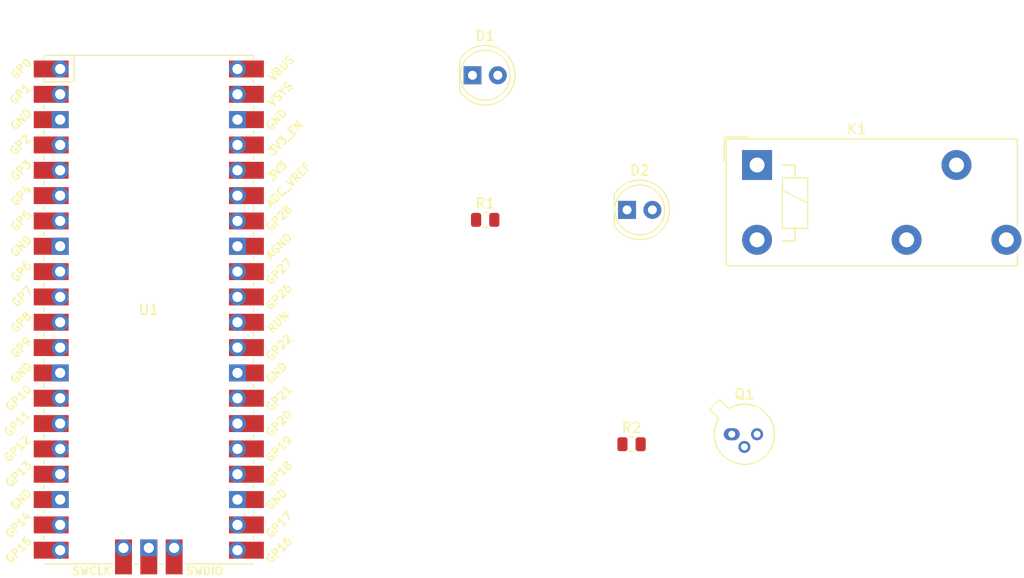
<source format=kicad_pcb>
(kicad_pcb (version 20240108) (generator "pcbnew") (generator_version "8.0")
  (layers (0 "F.Cu" signal) (31 "B.Cu" signal) (34 "B.Paste" user) (35 "F.Paste" user) (36 "B.SilkS" user "B.Silkscreen") (37 "F.SilkS" user "F.Silkscreen") (38 "B.Mask" user) (39 "F.Mask" user) (44 "Edge.Cuts" user))
  (net 0 "")
  (net 1 "VCC")
  (net 2 "Net-(D1-A)")
  (net 3 "Net-(D2-K)")
  (net 4 "Net-(J2-Pin_2)")
  (net 5 "Net-(J2-Pin_1)")
  (net 7 "Net-(Q1-B)")
  (net 8 "GND")
  (net 9 "saida_led")
  (net 10 "sinal")
  (footprint "LED_THT:LED_D5.0mm_Clear" (layer "F.Cu") (at 97.96 55.5)
    (property "Reference" "D2" (at 1.27 -3.96 0) (layer "F.SilkS"))
    (property "Value" "LED")
    (fp_line (start -1.29 -1.545) (end -1.29 1.545) (stroke (width 0.12)) (layer "F.SilkS"))
    (fp_arc (start -1.29 -1.54483) (mid 2.072002 -2.880433) (end 4.26 0.000462) (stroke (width 0.12)) (layer "F.SilkS"))
    (fp_arc (start 4.26 -0.000462) (mid 2.072002 2.880433) (end -1.29 1.54483) (stroke (width 0.12)) (layer "F.SilkS"))
    (fp_circle (center 1.27 0) (end 3.77 0) (stroke (width 0.12)) (fill none) (layer "F.SilkS"))
    (pad "1" thru_hole rect (at 0 0) (size 1.8 1.8) (drill 0.9) (layers "*.Cu" "*.Mask") (net 3 "Net-(D2-K)"))
    (pad "2" thru_hole circle (at 2.54 0) (size 1.8 1.8) (drill 0.9) (layers "*.Cu" "*.Mask") (net 1 "VCC"))
  )
  (footprint "LED_THT:LED_D5.0mm_Clear" (layer "F.Cu") (at 82.46 42)
    (property "Reference" "D1" (at 1.27 -3.96 0) (layer "F.SilkS"))
    (property "Value" "LED")
    (fp_line (start -1.29 -1.545) (end -1.29 1.545) (stroke (width 0.12)) (layer "F.SilkS"))
    (fp_arc (start -1.29 -1.54483) (mid 2.072002 -2.880433) (end 4.26 0.000462) (stroke (width 0.12)) (layer "F.SilkS"))
    (fp_arc (start 4.26 -0.000462) (mid 2.072002 2.880433) (end -1.29 1.54483) (stroke (width 0.12)) (layer "F.SilkS"))
    (fp_circle (center 1.27 0) (end 3.77 0) (stroke (width 0.12)) (fill none) (layer "F.SilkS"))
    (pad "1" thru_hole rect (at 0 0) (size 1.8 1.8) (drill 0.9) (layers "*.Cu" "*.Mask") (net 1 "VCC"))
    (pad "2" thru_hole circle (at 2.54 0) (size 1.8 1.8) (drill 0.9) (layers "*.Cu" "*.Mask") (net 2 "Net-(D1-A)"))
  )
  (footprint "MCU_RaspberryPi_and_Boards:RPi_Pico_SMD_TH" (layer "F.Cu") (at 50 65.5)
    (property "Reference" "U1" (at 0 0 0) (layer "F.SilkS"))
    (property "Value" "Pico")
    (fp_line (start -10.5 -25.5) (end -10.5 -25.2) (stroke (width 0.12)) (layer "F.SilkS"))
    (fp_line (start -10.5 -25.5) (end 10.5 -25.5) (stroke (width 0.12)) (layer "F.SilkS"))
    (fp_line (start -10.5 -23.1) (end -10.5 -22.7) (stroke (width 0.12)) (layer "F.SilkS"))
    (fp_line (start -10.5 -22.833) (end -7.493 -22.833) (stroke (width 0.12)) (layer "F.SilkS"))
    (fp_line (start -10.5 -20.5) (end -10.5 -20.1) (stroke (width 0.12)) (layer "F.SilkS"))
    (fp_line (start -10.5 -18) (end -10.5 -17.6) (stroke (width 0.12)) (layer "F.SilkS"))
    (fp_line (start -10.5 -15.4) (end -10.5 -15) (stroke (width 0.12)) (layer "F.SilkS"))
    (fp_line (start -10.5 -12.9) (end -10.5 -12.5) (stroke (width 0.12)) (layer "F.SilkS"))
    (fp_line (start -10.5 -10.4) (end -10.5 -10) (stroke (width 0.12)) (layer "F.SilkS"))
    (fp_line (start -10.5 -7.8) (end -10.5 -7.4) (stroke (width 0.12)) (layer "F.SilkS"))
    (fp_line (start -10.5 -5.3) (end -10.5 -4.9) (stroke (width 0.12)) (layer "F.SilkS"))
    (fp_line (start -10.5 -2.7) (end -10.5 -2.3) (stroke (width 0.12)) (layer "F.SilkS"))
    (fp_line (start -10.5 -0.2) (end -10.5 0.2) (stroke (width 0.12)) (layer "F.SilkS"))
    (fp_line (start -10.5 2.3) (end -10.5 2.7) (stroke (width 0.12)) (layer "F.SilkS"))
    (fp_line (start -10.5 4.9) (end -10.5 5.3) (stroke (width 0.12)) (layer "F.SilkS"))
    (fp_line (start -10.5 7.4) (end -10.5 7.8) (stroke (width 0.12)) (layer "F.SilkS"))
    (fp_line (start -10.5 10) (end -10.5 10.4) (stroke (width 0.12)) (layer "F.SilkS"))
    (fp_line (start -10.5 12.5) (end -10.5 12.9) (stroke (width 0.12)) (layer "F.SilkS"))
    (fp_line (start -10.5 15.1) (end -10.5 15.5) (stroke (width 0.12)) (layer "F.SilkS"))
    (fp_line (start -10.5 17.6) (end -10.5 18) (stroke (width 0.12)) (layer "F.SilkS"))
    (fp_line (start -10.5 20.1) (end -10.5 20.5) (stroke (width 0.12)) (layer "F.SilkS"))
    (fp_line (start -10.5 22.7) (end -10.5 23.1) (stroke (width 0.12)) (layer "F.SilkS"))
    (fp_line (start -7.493 -22.833) (end -7.493 -25.5) (stroke (width 0.12)) (layer "F.SilkS"))
    (fp_line (start -3.7 25.5) (end -10.5 25.5) (stroke (width 0.12)) (layer "F.SilkS"))
    (fp_line (start -1.5 25.5) (end -1.1 25.5) (stroke (width 0.12)) (layer "F.SilkS"))
    (fp_line (start 1.1 25.5) (end 1.5 25.5) (stroke (width 0.12)) (layer "F.SilkS"))
    (fp_line (start 10.5 -25.5) (end 10.5 -25.2) (stroke (width 0.12)) (layer "F.SilkS"))
    (fp_line (start 10.5 -23.1) (end 10.5 -22.7) (stroke (width 0.12)) (layer "F.SilkS"))
    (fp_line (start 10.5 -20.5) (end 10.5 -20.1) (stroke (width 0.12)) (layer "F.SilkS"))
    (fp_line (start 10.5 -18) (end 10.5 -17.6) (stroke (width 0.12)) (layer "F.SilkS"))
    (fp_line (start 10.5 -15.4) (end 10.5 -15) (stroke (width 0.12)) (layer "F.SilkS"))
    (fp_line (start 10.5 -12.9) (end 10.5 -12.5) (stroke (width 0.12)) (layer "F.SilkS"))
    (fp_line (start 10.5 -10.4) (end 10.5 -10) (stroke (width 0.12)) (layer "F.SilkS"))
    (fp_line (start 10.5 -7.8) (end 10.5 -7.4) (stroke (width 0.12)) (layer "F.SilkS"))
    (fp_line (start 10.5 -5.3) (end 10.5 -4.9) (stroke (width 0.12)) (layer "F.SilkS"))
    (fp_line (start 10.5 -2.7) (end 10.5 -2.3) (stroke (width 0.12)) (layer "F.SilkS"))
    (fp_line (start 10.5 -0.2) (end 10.5 0.2) (stroke (width 0.12)) (layer "F.SilkS"))
    (fp_line (start 10.5 2.3) (end 10.5 2.7) (stroke (width 0.12)) (layer "F.SilkS"))
    (fp_line (start 10.5 4.9) (end 10.5 5.3) (stroke (width 0.12)) (layer "F.SilkS"))
    (fp_line (start 10.5 7.4) (end 10.5 7.8) (stroke (width 0.12)) (layer "F.SilkS"))
    (fp_line (start 10.5 10) (end 10.5 10.4) (stroke (width 0.12)) (layer "F.SilkS"))
    (fp_line (start 10.5 12.5) (end 10.5 12.9) (stroke (width 0.12)) (layer "F.SilkS"))
    (fp_line (start 10.5 15.1) (end 10.5 15.5) (stroke (width 0.12)) (layer "F.SilkS"))
    (fp_line (start 10.5 17.6) (end 10.5 18) (stroke (width 0.12)) (layer "F.SilkS"))
    (fp_line (start 10.5 20.1) (end 10.5 20.5) (stroke (width 0.12)) (layer "F.SilkS"))
    (fp_line (start 10.5 22.7) (end 10.5 23.1) (stroke (width 0.12)) (layer "F.SilkS"))
    (fp_line (start 10.5 25.5) (end 3.7 25.5) (stroke (width 0.12)) (layer "F.SilkS"))
    (fp_text user "GP14" (at -13.1 21.59 45) (layer "F.SilkS") (effects (font (size 0.8 0.8))))
    (fp_text user "GP16" (at 13.054 24.13 45) (layer "F.SilkS") (effects (font (size 0.8 0.8))))
    (fp_text user "GP5" (at -12.8 -8.89 45) (layer "F.SilkS") (effects (font (size 0.8 0.8))))
    (fp_text user "GP9" (at -12.8 3.81 45) (layer "F.SilkS") (effects (font (size 0.8 0.8))))
    (fp_text user "GP6" (at -12.8 -3.81 45) (layer "F.SilkS") (effects (font (size 0.8 0.8))))
    (fp_text user "GP26" (at 13.054 -1.27 45) (layer "F.SilkS") (effects (font (size 0.8 0.8))))
    (fp_text user "GP10" (at -13.054 8.89 45) (layer "F.SilkS") (effects (font (size 0.8 0.8))))
    (fp_text user "GND" (at -12.8 -6.35 45) (layer "F.SilkS") (effects (font (size 0.8 0.8))))
    (fp_text user "VSYS" (at 13.2 -21.59 45) (layer "F.SilkS") (effects (font (size 0.8 0.8))))
    (fp_text user "SWDIO" (at 5.6 26.2 0) (layer "F.SilkS") (effects (font (size 0.8 0.8))))
    (fp_text user "GND" (at 12.8 -19.05 45) (layer "F.SilkS") (effects (font (size 0.8 0.8))))
    (fp_text user "ADC_VREF" (at 14 -12.5 45) (layer "F.SilkS") (effects (font (size 0.8 0.8))))
    (fp_text user "GP0" (at -12.8 -24.13 45) (layer "F.SilkS") (effects (font (size 0.8 0.8))))
    (fp_text user "GP15" (at -13.054 24.13 45) (layer "F.SilkS") (effects (font (size 0.8 0.8))))
    (fp_text user "3V3" (at 12.9 -13.9 45) (layer "F.SilkS") (effects (font (size 0.8 0.8))))
    (fp_text user "GND" (at -12.8 19.05 45) (layer "F.SilkS") (effects (font (size 0.8 0.8))))
    (fp_text user "GP1" (at -12.9 -21.6 45) (layer "F.SilkS") (effects (font (size 0.8 0.8))))
    (fp_text user "GND" (at -12.8 -19.05 45) (layer "F.SilkS") (effects (font (size 0.8 0.8))))
    (fp_text user "GND" (at 12.8 19.05 45) (layer "F.SilkS") (effects (font (size 0.8 0.8))))
    (fp_text user "GP20" (at 13.054 11.43 45) (layer "F.SilkS") (effects (font (size 0.8 0.8))))
    (fp_text user "RUN" (at 13 1.27 45) (layer "F.SilkS") (effects (font (size 0.8 0.8))))
    (fp_text user "GND" (at -12.8 6.35 45) (layer "F.SilkS") (effects (font (size 0.8 0.8))))
    (fp_text user "GND" (at 12.8 6.35 45) (layer "F.SilkS") (effects (font (size 0.8 0.8))))
    (fp_text user "GP7" (at -12.7 -1.3 45) (layer "F.SilkS") (effects (font (size 0.8 0.8))))
    (fp_text user "GP12" (at -13.2 13.97 45) (layer "F.SilkS") (effects (font (size 0.8 0.8))))
    (fp_text user "GP3" (at -12.8 -13.97 45) (layer "F.SilkS") (effects (font (size 0.8 0.8))))
    (fp_text user "SWCLK" (at -5.7 26.2 0) (layer "F.SilkS") (effects (font (size 0.8 0.8))))
    (fp_text user "GP17" (at 13.054 21.59 45) (layer "F.SilkS") (effects (font (size 0.8 0.8))))
    (fp_text user "GP19" (at 13.054 13.97 45) (layer "F.SilkS") (effects (font (size 0.8 0.8))))
    (fp_text user "3V3_EN" (at 13.7 -17.2 45) (layer "F.SilkS") (effects (font (size 0.8 0.8))))
    (fp_text user "GP4" (at -12.8 -11.43 45) (layer "F.SilkS") (effects (font (size 0.8 0.8))))
    (fp_text user "AGND" (at 13.054 -6.35 45) (layer "F.SilkS") (effects (font (size 0.8 0.8))))
    (fp_text user "GP11" (at -13.2 11.43 45) (layer "F.SilkS") (effects (font (size 0.8 0.8))))
    (fp_text user "GP28" (at 13.054 -9.144 45) (layer "F.SilkS") (effects (font (size 0.8 0.8))))
    (fp_text user "GP27" (at 13.054 -3.8 45) (layer "F.SilkS") (effects (font (size 0.8 0.8))))
    (fp_text user "GP2" (at -12.9 -16.51 45) (layer "F.SilkS") (effects (font (size 0.8 0.8))))
    (fp_text user "GP13" (at -13.054 16.51 45) (layer "F.SilkS") (effects (font (size 0.8 0.8))))
    (fp_text user "GP8" (at -12.8 1.27 45) (layer "F.SilkS") (effects (font (size 0.8 0.8))))
    (fp_text user "GP18" (at 13.054 16.51 45) (layer "F.SilkS") (effects (font (size 0.8 0.8))))
    (fp_text user "VBUS" (at 13.3 -24.2 45) (layer "F.SilkS") (effects (font (size 0.8 0.8))))
    (fp_text user "GP21" (at 13.054 8.9 45) (layer "F.SilkS") (effects (font (size 0.8 0.8))))
    (fp_text user "GP22" (at 13.054 3.81 45) (layer "F.SilkS") (effects (font (size 0.8 0.8))))
    (pad "" np_thru_hole oval (at -2.725 -24) (size 1.8 1.8) (drill 1.8) (layers "*.Cu" "*.Mask"))
    (pad "" np_thru_hole oval (at -2.425 -20.97) (size 1.5 1.5) (drill 1.5) (layers "*.Cu" "*.Mask"))
    (pad "" np_thru_hole oval (at 2.425 -20.97) (size 1.5 1.5) (drill 1.5) (layers "*.Cu" "*.Mask"))
    (pad "" np_thru_hole oval (at 2.725 -24) (size 1.8 1.8) (drill 1.8) (layers "*.Cu" "*.Mask"))
    (pad "1" thru_hole oval (at -8.89 -24.13) (size 1.7 1.7) (drill 1.02) (layers "*.Cu" "*.Mask"))
    (pad "1" smd rect (at -8.89 -24.13) (size 3.5 1.7) (drill (offset -0.9 0)) (layers "F.Cu" "F.Mask"))
    (pad "2" thru_hole oval (at -8.89 -21.59) (size 1.7 1.7) (drill 1.02) (layers "*.Cu" "*.Mask"))
    (pad "2" smd rect (at -8.89 -21.59) (size 3.5 1.7) (drill (offset -0.9 0)) (layers "F.Cu" "F.Mask"))
    (pad "3" thru_hole rect (at -8.89 -19.05) (size 1.7 1.7) (drill 1.02) (layers "*.Cu" "*.Mask"))
    (pad "3" smd rect (at -8.89 -19.05) (size 3.5 1.7) (drill (offset -0.9 0)) (layers "F.Cu" "F.Mask"))
    (pad "4" thru_hole oval (at -8.89 -16.51) (size 1.7 1.7) (drill 1.02) (layers "*.Cu" "*.Mask"))
    (pad "4" smd rect (at -8.89 -16.51) (size 3.5 1.7) (drill (offset -0.9 0)) (layers "F.Cu" "F.Mask"))
    (pad "5" thru_hole oval (at -8.89 -13.97) (size 1.7 1.7) (drill 1.02) (layers "*.Cu" "*.Mask"))
    (pad "5" smd rect (at -8.89 -13.97) (size 3.5 1.7) (drill (offset -0.9 0)) (layers "F.Cu" "F.Mask"))
    (pad "6" thru_hole oval (at -8.89 -11.43) (size 1.7 1.7) (drill 1.02) (layers "*.Cu" "*.Mask"))
    (pad "6" smd rect (at -8.89 -11.43) (size 3.5 1.7) (drill (offset -0.9 0)) (layers "F.Cu" "F.Mask"))
    (pad "7" thru_hole oval (at -8.89 -8.89) (size 1.7 1.7) (drill 1.02) (layers "*.Cu" "*.Mask"))
    (pad "7" smd rect (at -8.89 -8.89) (size 3.5 1.7) (drill (offset -0.9 0)) (layers "F.Cu" "F.Mask"))
    (pad "8" thru_hole rect (at -8.89 -6.35) (size 1.7 1.7) (drill 1.02) (layers "*.Cu" "*.Mask"))
    (pad "8" smd rect (at -8.89 -6.35) (size 3.5 1.7) (drill (offset -0.9 0)) (layers "F.Cu" "F.Mask"))
    (pad "9" thru_hole oval (at -8.89 -3.81) (size 1.7 1.7) (drill 1.02) (layers "*.Cu" "*.Mask"))
    (pad "9" smd rect (at -8.89 -3.81) (size 3.5 1.7) (drill (offset -0.9 0)) (layers "F.Cu" "F.Mask"))
    (pad "10" thru_hole oval (at -8.89 -1.27) (size 1.7 1.7) (drill 1.02) (layers "*.Cu" "*.Mask"))
    (pad "10" smd rect (at -8.89 -1.27) (size 3.5 1.7) (drill (offset -0.9 0)) (layers "F.Cu" "F.Mask"))
    (pad "11" thru_hole oval (at -8.89 1.27) (size 1.7 1.7) (drill 1.02) (layers "*.Cu" "*.Mask"))
    (pad "11" smd rect (at -8.89 1.27) (size 3.5 1.7) (drill (offset -0.9 0)) (layers "F.Cu" "F.Mask"))
    (pad "12" thru_hole oval (at -8.89 3.81) (size 1.7 1.7) (drill 1.02) (layers "*.Cu" "*.Mask"))
    (pad "12" smd rect (at -8.89 3.81) (size 3.5 1.7) (drill (offset -0.9 0)) (layers "F.Cu" "F.Mask"))
    (pad "13" thru_hole rect (at -8.89 6.35) (size 1.7 1.7) (drill 1.02) (layers "*.Cu" "*.Mask"))
    (pad "13" smd rect (at -8.89 6.35) (size 3.5 1.7) (drill (offset -0.9 0)) (layers "F.Cu" "F.Mask"))
    (pad "14" thru_hole oval (at -8.89 8.89) (size 1.7 1.7) (drill 1.02) (layers "*.Cu" "*.Mask"))
    (pad "14" smd rect (at -8.89 8.89) (size 3.5 1.7) (drill (offset -0.9 0)) (layers "F.Cu" "F.Mask"))
    (pad "15" thru_hole oval (at -8.89 11.43) (size 1.7 1.7) (drill 1.02) (layers "*.Cu" "*.Mask"))
    (pad "15" smd rect (at -8.89 11.43) (size 3.5 1.7) (drill (offset -0.9 0)) (layers "F.Cu" "F.Mask"))
    (pad "16" thru_hole oval (at -8.89 13.97) (size 1.7 1.7) (drill 1.02) (layers "*.Cu" "*.Mask"))
    (pad "16" smd rect (at -8.89 13.97) (size 3.5 1.7) (drill (offset -0.9 0)) (layers "F.Cu" "F.Mask"))
    (pad "17" thru_hole oval (at -8.89 16.51) (size 1.7 1.7) (drill 1.02) (layers "*.Cu" "*.Mask"))
    (pad "17" smd rect (at -8.89 16.51) (size 3.5 1.7) (drill (offset -0.9 0)) (layers "F.Cu" "F.Mask"))
    (pad "18" thru_hole rect (at -8.89 19.05) (size 1.7 1.7) (drill 1.02) (layers "*.Cu" "*.Mask"))
    (pad "18" smd rect (at -8.89 19.05) (size 3.5 1.7) (drill (offset -0.9 0)) (layers "F.Cu" "F.Mask"))
    (pad "19" thru_hole oval (at -8.89 21.59) (size 1.7 1.7) (drill 1.02) (layers "*.Cu" "*.Mask"))
    (pad "19" smd rect (at -8.89 21.59) (size 3.5 1.7) (drill (offset -0.9 0)) (layers "F.Cu" "F.Mask"))
    (pad "20" thru_hole oval (at -8.89 24.13) (size 1.7 1.7) (drill 1.02) (layers "*.Cu" "*.Mask"))
    (pad "20" smd rect (at -8.89 24.13) (size 3.5 1.7) (drill (offset -0.9 0)) (layers "F.Cu" "F.Mask"))
    (pad "21" thru_hole oval (at 8.89 24.13) (size 1.7 1.7) (drill 1.02) (layers "*.Cu" "*.Mask"))
    (pad "21" smd rect (at 8.89 24.13) (size 3.5 1.7) (drill (offset 0.9 0)) (layers "F.Cu" "F.Mask"))
    (pad "22" thru_hole oval (at 8.89 21.59) (size 1.7 1.7) (drill 1.02) (layers "*.Cu" "*.Mask"))
    (pad "22" smd rect (at 8.89 21.59) (size 3.5 1.7) (drill (offset 0.9 0)) (layers "F.Cu" "F.Mask"))
    (pad "23" thru_hole rect (at 8.89 19.05) (size 1.7 1.7) (drill 1.02) (layers "*.Cu" "*.Mask"))
    (pad "23" smd rect (at 8.89 19.05) (size 3.5 1.7) (drill (offset 0.9 0)) (layers "F.Cu" "F.Mask"))
    (pad "24" thru_hole oval (at 8.89 16.51) (size 1.7 1.7) (drill 1.02) (layers "*.Cu" "*.Mask") (net 10 "sinal"))
    (pad "24" smd rect (at 8.89 16.51) (size 3.5 1.7) (drill (offset 0.9 0)) (layers "F.Cu" "F.Mask") (net 10 "sinal"))
    (pad "25" thru_hole oval (at 8.89 13.97) (size 1.7 1.7) (drill 1.02) (layers "*.Cu" "*.Mask"))
    (pad "25" smd rect (at 8.89 13.97) (size 3.5 1.7) (drill (offset 0.9 0)) (layers "F.Cu" "F.Mask"))
    (pad "26" thru_hole oval (at 8.89 11.43) (size 1.7 1.7) (drill 1.02) (layers "*.Cu" "*.Mask"))
    (pad "26" smd rect (at 8.89 11.43) (size 3.5 1.7) (drill (offset 0.9 0)) (layers "F.Cu" "F.Mask"))
    (pad "27" thru_hole oval (at 8.89 8.89) (size 1.7 1.7) (drill 1.02) (layers "*.Cu" "*.Mask") (net 9 "saida_led"))
    (pad "27" smd rect (at 8.89 8.89) (size 3.5 1.7) (drill (offset 0.9 0)) (layers "F.Cu" "F.Mask") (net 9 "saida_led"))
    (pad "28" thru_hole rect (at 8.89 6.35) (size 1.7 1.7) (drill 1.02) (layers "*.Cu" "*.Mask"))
    (pad "28" smd rect (at 8.89 6.35) (size 3.5 1.7) (drill (offset 0.9 0)) (layers "F.Cu" "F.Mask"))
    (pad "29" thru_hole oval (at 8.89 3.81) (size 1.7 1.7) (drill 1.02) (layers "*.Cu" "*.Mask"))
    (pad "29" smd rect (at 8.89 3.81) (size 3.5 1.7) (drill (offset 0.9 0)) (layers "F.Cu" "F.Mask"))
    (pad "30" thru_hole oval (at 8.89 1.27) (size 1.7 1.7) (drill 1.02) (layers "*.Cu" "*.Mask"))
    (pad "30" smd rect (at 8.89 1.27) (size 3.5 1.7) (drill (offset 0.9 0)) (layers "F.Cu" "F.Mask"))
    (pad "31" thru_hole oval (at 8.89 -1.27) (size 1.7 1.7) (drill 1.02) (layers "*.Cu" "*.Mask"))
    (pad "31" smd rect (at 8.89 -1.27) (size 3.5 1.7) (drill (offset 0.9 0)) (layers "F.Cu" "F.Mask"))
    (pad "32" thru_hole oval (at 8.89 -3.81) (size 1.7 1.7) (drill 1.02) (layers "*.Cu" "*.Mask"))
    (pad "32" smd rect (at 8.89 -3.81) (size 3.5 1.7) (drill (offset 0.9 0)) (layers "F.Cu" "F.Mask"))
    (pad "33" thru_hole rect (at 8.89 -6.35) (size 1.7 1.7) (drill 1.02) (layers "*.Cu" "*.Mask"))
    (pad "33" smd rect (at 8.89 -6.35) (size 3.5 1.7) (drill (offset 0.9 0)) (layers "F.Cu" "F.Mask"))
    (pad "34" thru_hole oval (at 8.89 -8.89) (size 1.7 1.7) (drill 1.02) (layers "*.Cu" "*.Mask"))
    (pad "34" smd rect (at 8.89 -8.89) (size 3.5 1.7) (drill (offset 0.9 0)) (layers "F.Cu" "F.Mask"))
    (pad "35" thru_hole oval (at 8.89 -11.43) (size 1.7 1.7) (drill 1.02) (layers "*.Cu" "*.Mask"))
    (pad "35" smd rect (at 8.89 -11.43) (size 3.5 1.7) (drill (offset 0.9 0)) (layers "F.Cu" "F.Mask"))
    (pad "36" thru_hole oval (at 8.89 -13.97) (size 1.7 1.7) (drill 1.02) (layers "*.Cu" "*.Mask"))
    (pad "36" smd rect (at 8.89 -13.97) (size 3.5 1.7) (drill (offset 0.9 0)) (layers "F.Cu" "F.Mask"))
    (pad "37" thru_hole oval (at 8.89 -16.51) (size 1.7 1.7) (drill 1.02) (layers "*.Cu" "*.Mask"))
    (pad "37" smd rect (at 8.89 -16.51) (size 3.5 1.7) (drill (offset 0.9 0)) (layers "F.Cu" "F.Mask"))
    (pad "38" thru_hole rect (at 8.89 -19.05) (size 1.7 1.7) (drill 1.02) (layers "*.Cu" "*.Mask") (net 8 "GND"))
    (pad "38" smd rect (at 8.89 -19.05) (size 3.5 1.7) (drill (offset 0.9 0)) (layers "F.Cu" "F.Mask") (net 8 "GND"))
    (pad "39" thru_hole oval (at 8.89 -21.59) (size 1.7 1.7) (drill 1.02) (layers "*.Cu" "*.Mask") (net 1 "VCC"))
    (pad "39" smd rect (at 8.89 -21.59) (size 3.5 1.7) (drill (offset 0.9 0)) (layers "F.Cu" "F.Mask") (net 1 "VCC"))
    (pad "40" thru_hole oval (at 8.89 -24.13) (size 1.7 1.7) (drill 1.02) (layers "*.Cu" "*.Mask"))
    (pad "40" smd rect (at 8.89 -24.13) (size 3.5 1.7) (drill (offset 0.9 0)) (layers "F.Cu" "F.Mask"))
    (pad "41" thru_hole oval (at -2.54 23.9) (size 1.7 1.7) (drill 1.02) (layers "*.Cu" "*.Mask"))
    (pad "41" smd rect (at -2.54 23.9 90) (size 3.5 1.7) (drill (offset -0.9 0)) (layers "F.Cu" "F.Mask"))
    (pad "42" thru_hole rect (at 0 23.9) (size 1.7 1.7) (drill 1.02) (layers "*.Cu" "*.Mask"))
    (pad "42" smd rect (at 0 23.9 90) (size 3.5 1.7) (drill (offset -0.9 0)) (layers "F.Cu" "F.Mask"))
    (pad "43" thru_hole oval (at 2.54 23.9) (size 1.7 1.7) (drill 1.02) (layers "*.Cu" "*.Mask"))
    (pad "43" smd rect (at 2.54 23.9 90) (size 3.5 1.7) (drill (offset -0.9 0)) (layers "F.Cu" "F.Mask"))
  )
  (footprint "Resistor_SMD:R_0805_2012Metric" (layer "F.Cu") (at 83.735 56.5)
    (property "Reference" "R1" (at 0 -1.65 0) (layer "F.SilkS"))
    (property "Value" "R")
    (fp_line (start -0.227064 -0.735) (end 0.227064 -0.735) (stroke (width 0.12)) (layer "F.SilkS"))
    (fp_line (start -0.227064 0.735) (end 0.227064 0.735) (stroke (width 0.12)) (layer "F.SilkS"))
    (pad "1" smd roundrect (at -0.9125 0) (size 1.025 1.4) (layers "F.Cu" "F.Paste" "F.Mask") (roundrect_rratio 0.243902) (net 3 "Net-(D2-K)"))
    (pad "2" smd roundrect (at 0.9125 0) (size 1.025 1.4) (layers "F.Cu" "F.Paste" "F.Mask") (roundrect_rratio 0.243902) (net 9 "saida_led"))
  )
  (footprint "Relay_THT:Relay_SPDT_Finder_40.51" (layer "F.Cu") (at 111 51)
    (property "Reference" "K1" (at 10 -3.6 0) (layer "F.SilkS"))
    (property "Value" "Relay_SPDT")
    (fp_line (start -3.3 -0.4) (end -3.3 -2.8) (stroke (width 0.12)) (layer "F.SilkS"))
    (fp_line (start -3.1 -2.6) (end 26.1 -2.6) (stroke (width 0.12)) (layer "F.SilkS"))
    (fp_line (start -3.1 10.1) (end -3.1 -2.6) (stroke (width 0.12)) (layer "F.SilkS"))
    (fp_line (start -0.9 -2.8) (end -3.3 -2.8) (stroke (width 0.12)) (layer "F.SilkS"))
    (fp_line (start 2.54 0) (end 3.81 0) (stroke (width 0.12)) (layer "F.SilkS"))
    (fp_line (start 2.54 1.27) (end 3.81 1.27) (stroke (width 0.12)) (layer "F.SilkS"))
    (fp_line (start 2.54 2.54) (end 5.08 3.81) (stroke (width 0.12)) (layer "F.SilkS"))
    (fp_line (start 2.54 6.35) (end 2.54 1.27) (stroke (width 0.12)) (layer "F.SilkS"))
    (fp_line (start 3.81 0) (end 3.81 1.27) (stroke (width 0.12)) (layer "F.SilkS"))
    (fp_line (start 3.81 1.27) (end 5.08 1.27) (stroke (width 0.12)) (layer "F.SilkS"))
    (fp_line (start 3.81 6.35) (end 3.81 7.62) (stroke (width 0.12)) (layer "F.SilkS"))
    (fp_line (start 3.81 7.62) (end 2.54 7.62) (stroke (width 0.12)) (layer "F.SilkS"))
    (fp_line (start 5.08 1.27) (end 5.08 6.35) (stroke (width 0.12)) (layer "F.SilkS"))
    (fp_line (start 5.08 6.35) (end 2.54 6.35) (stroke (width 0.12)) (layer "F.SilkS"))
    (fp_line (start 26.1 -2.6) (end 26.1 6.1) (stroke (width 0.12)) (layer "F.SilkS"))
    (fp_line (start 26.1 8.9) (end 26.1 10.1) (stroke (width 0.12)) (layer "F.SilkS"))
    (fp_line (start 26.1 10.1) (end -3.1 10.1) (stroke (width 0.12)) (layer "F.SilkS"))
    (pad "11" thru_hole circle (at 20 0) (size 3 3) (drill 1.5) (layers "*.Cu" "*.Mask") (net 4 "Net-(J2-Pin_2)"))
    (pad "12" thru_hole circle (at 15 7.5) (size 3 3) (drill 1.5) (layers "*.Cu" "*.Mask"))
    (pad "14" thru_hole circle (at 25 7.5) (size 3 3) (drill 1.5) (layers "*.Cu" "*.Mask") (net 5 "Net-(J2-Pin_1)"))
    (pad "A1" thru_hole rect (at 0 0) (size 3 3) (drill 1.5) (layers "*.Cu" "*.Mask") (net 1 "VCC"))
    (pad "A2" thru_hole circle (at 0 7.5) (size 3 3) (drill 1.5) (layers "*.Cu" "*.Mask") (net 2 "Net-(D1-A)"))
  )
  (footprint "Package_TO_SOT_THT:TO-18-3" (layer "F.Cu") (at 108.46 78)
    (property "Reference" "Q1" (at 1.27 -4.02 0) (layer "F.SilkS"))
    (property "Value" "BC107")
    (fp_line (start -2.214448 -2.494499) (end -1.302281 -1.582331) (stroke (width 0.12)) (layer "F.SilkS"))
    (fp_line (start -1.224499 -3.484448) (end -2.214448 -2.494499) (stroke (width 0.12)) (layer "F.SilkS"))
    (fp_line (start -0.312331 -2.572281) (end -1.224499 -3.484448) (stroke (width 0.12)) (layer "F.SilkS"))
    (fp_arc (start -0.312331 -2.572281) (mid 3.405374 2.135551) (end -1.30215 -1.582544) (stroke (width 0.12)) (layer "F.SilkS"))
    (pad "1" thru_hole oval (at 0 0) (size 1.6 1.2) (drill 0.7) (layers "*.Cu" "*.Mask") (net 8 "GND"))
    (pad "2" thru_hole oval (at 1.27 1.27) (size 1.2 1.2) (drill 0.7) (layers "*.Cu" "*.Mask") (net 7 "Net-(Q1-B)"))
    (pad "3" thru_hole oval (at 2.54 0) (size 1.2 1.2) (drill 0.7) (layers "*.Cu" "*.Mask") (net 2 "Net-(D1-A)"))
  )
  (footprint "Resistor_SMD:R_0805_2012Metric" (layer "F.Cu") (at 98.4125 79)
    (property "Reference" "R2" (at 0 -1.65 0) (layer "F.SilkS"))
    (property "Value" "R")
    (fp_line (start -0.227064 -0.735) (end 0.227064 -0.735) (stroke (width 0.12)) (layer "F.SilkS"))
    (fp_line (start -0.227064 0.735) (end 0.227064 0.735) (stroke (width 0.12)) (layer "F.SilkS"))
    (pad "1" smd roundrect (at -0.9125 0) (size 1.025 1.4) (layers "F.Cu" "F.Paste" "F.Mask") (roundrect_rratio 0.243902) (net 10 "sinal"))
    (pad "2" smd roundrect (at 0.9125 0) (size 1.025 1.4) (layers "F.Cu" "F.Paste" "F.Mask") (roundrect_rratio 0.243902) (net 7 "Net-(Q1-B)"))
  )
)
</source>
